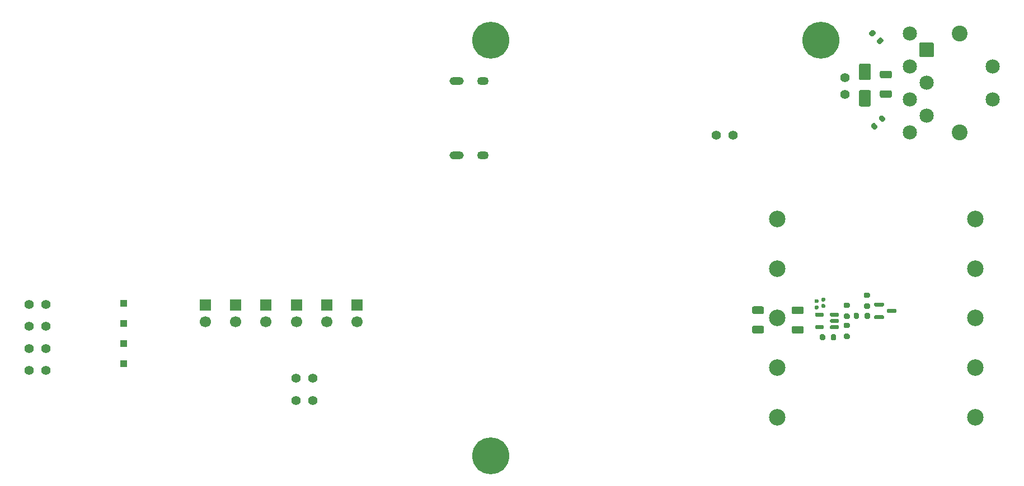
<source format=gbr>
G04 #@! TF.GenerationSoftware,KiCad,Pcbnew,9.0.1+1*
G04 #@! TF.CreationDate,2025-10-08T10:55:13+00:00*
G04 #@! TF.ProjectId,c64psu,63363470-7375-42e6-9b69-6361645f7063,rev?*
G04 #@! TF.SameCoordinates,Original*
G04 #@! TF.FileFunction,Soldermask,Bot*
G04 #@! TF.FilePolarity,Negative*
%FSLAX46Y46*%
G04 Gerber Fmt 4.6, Leading zero omitted, Abs format (unit mm)*
G04 Created by KiCad (PCBNEW 9.0.1+1) date 2025-10-08 10:55:13*
%MOMM*%
%LPD*%
G01*
G04 APERTURE LIST*
%ADD10C,2.500000*%
%ADD11C,3.600000*%
%ADD12C,5.600000*%
%ADD13R,1.700000X1.700000*%
%ADD14C,1.700000*%
%ADD15R,1.000000X1.000000*%
%ADD16C,1.400000*%
%ADD17O,1.754000X1.254000*%
%ADD18O,2.154000X1.254000*%
%ADD19C,2.400000*%
%ADD20C,2.154000*%
G04 APERTURE END LIST*
D10*
X183370000Y-69110000D03*
X183370000Y-76610000D03*
X183370000Y-84110000D03*
X183370000Y-91610000D03*
X183370000Y-99110000D03*
X213370000Y-69110000D03*
X213370000Y-76610000D03*
X213370000Y-84110000D03*
X213370000Y-91610000D03*
X213370000Y-99110000D03*
D11*
X190000000Y-42000000D03*
D12*
X190000000Y-42000000D03*
D13*
X101441600Y-82150800D03*
D14*
X101441600Y-84690800D03*
D15*
X84476600Y-84912800D03*
D13*
X110621600Y-82150800D03*
D14*
X110621600Y-84690800D03*
D16*
X70176600Y-85362800D03*
X72716600Y-85362800D03*
D15*
X84476600Y-81862800D03*
D13*
X96851600Y-82150800D03*
D14*
X96851600Y-84690800D03*
D16*
X70176600Y-88712800D03*
X72716600Y-88712800D03*
D17*
X138850000Y-48155000D03*
X138850000Y-59395000D03*
D18*
X134850000Y-48155000D03*
X134850000Y-59395000D03*
D11*
X140000000Y-105000000D03*
D12*
X140000000Y-105000000D03*
D16*
X110591600Y-96570800D03*
X113131600Y-96570800D03*
D13*
X106031600Y-82150800D03*
D14*
X106031600Y-84690800D03*
D16*
X70176600Y-82012800D03*
X72716600Y-82012800D03*
D15*
X84476600Y-87962800D03*
D16*
X174170300Y-56365150D03*
X176710300Y-56365150D03*
X110591600Y-93220800D03*
X113131600Y-93220800D03*
D19*
X210980000Y-55940000D03*
X210980000Y-40940000D03*
D20*
X215980000Y-50940000D03*
X215980000Y-45940000D03*
G36*
G01*
X206955000Y-44517000D02*
X205005000Y-44517000D01*
G75*
G02*
X204903000Y-44415000I0J102000D01*
G01*
X204903000Y-42465000D01*
G75*
G02*
X205005000Y-42363000I102000J0D01*
G01*
X206955000Y-42363000D01*
G75*
G02*
X207057000Y-42465000I0J-102000D01*
G01*
X207057000Y-44415000D01*
G75*
G02*
X206955000Y-44517000I-102000J0D01*
G01*
G37*
X205980000Y-48440000D03*
X205980000Y-53440000D03*
X203480000Y-45940000D03*
X203480000Y-50940000D03*
X203480000Y-40940000D03*
X203480000Y-55940000D03*
D13*
X115211600Y-82150800D03*
D14*
X115211600Y-84690800D03*
D16*
X70176600Y-92062800D03*
X72716600Y-92062800D03*
D15*
X84476600Y-91012800D03*
D13*
X119801600Y-82150800D03*
D14*
X119801600Y-84690800D03*
D16*
X193598800Y-50170399D03*
X193598800Y-47630399D03*
D11*
X140000000Y-42000000D03*
D12*
X140000000Y-42000000D03*
G36*
G01*
X197296800Y-52036802D02*
X195996800Y-52036802D01*
G75*
G02*
X195746800Y-51786802I0J250000D01*
G01*
X195746800Y-49786802D01*
G75*
G02*
X195996800Y-49536802I250000J0D01*
G01*
X197296800Y-49536802D01*
G75*
G02*
X197546800Y-49786802I0J-250000D01*
G01*
X197546800Y-51786802D01*
G75*
G02*
X197296800Y-52036802I-250000J0D01*
G01*
G37*
G36*
G01*
X197296800Y-48036800D02*
X195996800Y-48036800D01*
G75*
G02*
X195746800Y-47786800I0J250000D01*
G01*
X195746800Y-45786800D01*
G75*
G02*
X195996800Y-45536800I250000J0D01*
G01*
X197296800Y-45536800D01*
G75*
G02*
X197546800Y-45786800I0J-250000D01*
G01*
X197546800Y-47786800D01*
G75*
G02*
X197296800Y-48036800I-250000J0D01*
G01*
G37*
G36*
G01*
X193628600Y-84830200D02*
X194178600Y-84830200D01*
G75*
G02*
X194378600Y-85030200I0J-200000D01*
G01*
X194378600Y-85430200D01*
G75*
G02*
X194178600Y-85630200I-200000J0D01*
G01*
X193628600Y-85630200D01*
G75*
G02*
X193428600Y-85430200I0J200000D01*
G01*
X193428600Y-85030200D01*
G75*
G02*
X193628600Y-84830200I200000J0D01*
G01*
G37*
G36*
G01*
X193628600Y-86480200D02*
X194178600Y-86480200D01*
G75*
G02*
X194378600Y-86680200I0J-200000D01*
G01*
X194378600Y-87080200D01*
G75*
G02*
X194178600Y-87280200I-200000J0D01*
G01*
X193628600Y-87280200D01*
G75*
G02*
X193428600Y-87080200I0J200000D01*
G01*
X193428600Y-86680200D01*
G75*
G02*
X193628600Y-86480200I200000J0D01*
G01*
G37*
G36*
G01*
X192706400Y-83431201D02*
X192706400Y-83731201D01*
G75*
G02*
X192556400Y-83881201I-150000J0D01*
G01*
X191531400Y-83881201D01*
G75*
G02*
X191381400Y-83731201I0J150000D01*
G01*
X191381400Y-83431201D01*
G75*
G02*
X191531400Y-83281201I150000J0D01*
G01*
X192556400Y-83281201D01*
G75*
G02*
X192706400Y-83431201I0J-150000D01*
G01*
G37*
G36*
G01*
X192706400Y-84381200D02*
X192706400Y-84681200D01*
G75*
G02*
X192556400Y-84831200I-150000J0D01*
G01*
X191531400Y-84831200D01*
G75*
G02*
X191381400Y-84681200I0J150000D01*
G01*
X191381400Y-84381200D01*
G75*
G02*
X191531400Y-84231200I150000J0D01*
G01*
X192556400Y-84231200D01*
G75*
G02*
X192706400Y-84381200I0J-150000D01*
G01*
G37*
G36*
G01*
X192706400Y-85331199D02*
X192706400Y-85631199D01*
G75*
G02*
X192556400Y-85781199I-150000J0D01*
G01*
X191531400Y-85781199D01*
G75*
G02*
X191381400Y-85631199I0J150000D01*
G01*
X191381400Y-85331199D01*
G75*
G02*
X191531400Y-85181199I150000J0D01*
G01*
X192556400Y-85181199D01*
G75*
G02*
X192706400Y-85331199I0J-150000D01*
G01*
G37*
G36*
G01*
X190431400Y-85331199D02*
X190431400Y-85631199D01*
G75*
G02*
X190281400Y-85781199I-150000J0D01*
G01*
X189256400Y-85781199D01*
G75*
G02*
X189106400Y-85631199I0J150000D01*
G01*
X189106400Y-85331199D01*
G75*
G02*
X189256400Y-85181199I150000J0D01*
G01*
X190281400Y-85181199D01*
G75*
G02*
X190431400Y-85331199I0J-150000D01*
G01*
G37*
G36*
G01*
X190431400Y-83431201D02*
X190431400Y-83731201D01*
G75*
G02*
X190281400Y-83881201I-150000J0D01*
G01*
X189256400Y-83881201D01*
G75*
G02*
X189106400Y-83731201I0J150000D01*
G01*
X189106400Y-83431201D01*
G75*
G02*
X189256400Y-83281201I150000J0D01*
G01*
X190281400Y-83281201D01*
G75*
G02*
X190431400Y-83431201I0J-150000D01*
G01*
G37*
G36*
G01*
X179830000Y-82329999D02*
X181130000Y-82329999D01*
G75*
G02*
X181380000Y-82579999I0J-250000D01*
G01*
X181380000Y-83229999D01*
G75*
G02*
X181130000Y-83479999I-250000J0D01*
G01*
X179830000Y-83479999D01*
G75*
G02*
X179580000Y-83229999I0J250000D01*
G01*
X179580000Y-82579999D01*
G75*
G02*
X179830000Y-82329999I250000J0D01*
G01*
G37*
G36*
G01*
X179830000Y-85280001D02*
X181130000Y-85280001D01*
G75*
G02*
X181380000Y-85530001I0J-250000D01*
G01*
X181380000Y-86180001D01*
G75*
G02*
X181130000Y-86430001I-250000J0D01*
G01*
X179830000Y-86430001D01*
G75*
G02*
X179580000Y-86180001I0J250000D01*
G01*
X179580000Y-85530001D01*
G75*
G02*
X179830000Y-85280001I250000J0D01*
G01*
G37*
G36*
G01*
X192283800Y-86745400D02*
X192283800Y-87295400D01*
G75*
G02*
X192083800Y-87495400I-200000J0D01*
G01*
X191683800Y-87495400D01*
G75*
G02*
X191483800Y-87295400I0J200000D01*
G01*
X191483800Y-86745400D01*
G75*
G02*
X191683800Y-86545400I200000J0D01*
G01*
X192083800Y-86545400D01*
G75*
G02*
X192283800Y-86745400I0J-200000D01*
G01*
G37*
G36*
G01*
X190633800Y-86745400D02*
X190633800Y-87295400D01*
G75*
G02*
X190433800Y-87495400I-200000J0D01*
G01*
X190033800Y-87495400D01*
G75*
G02*
X189833800Y-87295400I0J200000D01*
G01*
X189833800Y-86745400D01*
G75*
G02*
X190033800Y-86545400I200000J0D01*
G01*
X190433800Y-86545400D01*
G75*
G02*
X190633800Y-86745400I0J-200000D01*
G01*
G37*
G36*
G01*
X197226600Y-82696000D02*
X196676600Y-82696000D01*
G75*
G02*
X196476600Y-82496000I0J200000D01*
G01*
X196476600Y-82096000D01*
G75*
G02*
X196676600Y-81896000I200000J0D01*
G01*
X197226600Y-81896000D01*
G75*
G02*
X197426600Y-82096000I0J-200000D01*
G01*
X197426600Y-82496000D01*
G75*
G02*
X197226600Y-82696000I-200000J0D01*
G01*
G37*
G36*
G01*
X197226600Y-81046000D02*
X196676600Y-81046000D01*
G75*
G02*
X196476600Y-80846000I0J200000D01*
G01*
X196476600Y-80446000D01*
G75*
G02*
X196676600Y-80246000I200000J0D01*
G01*
X197226600Y-80246000D01*
G75*
G02*
X197426600Y-80446000I0J-200000D01*
G01*
X197426600Y-80846000D01*
G75*
G02*
X197226600Y-81046000I-200000J0D01*
G01*
G37*
G36*
G01*
X199350551Y-53396940D02*
X199739460Y-53785849D01*
G75*
G02*
X199739460Y-54068691I-141421J-141421D01*
G01*
X199456617Y-54351534D01*
G75*
G02*
X199173775Y-54351534I-141421J141421D01*
G01*
X198784866Y-53962625D01*
G75*
G02*
X198784866Y-53679783I141421J141421D01*
G01*
X199067709Y-53396940D01*
G75*
G02*
X199350551Y-53396940I141421J-141421D01*
G01*
G37*
G36*
G01*
X198183825Y-54563666D02*
X198572734Y-54952575D01*
G75*
G02*
X198572734Y-55235417I-141421J-141421D01*
G01*
X198289891Y-55518260D01*
G75*
G02*
X198007049Y-55518260I-141421J141421D01*
G01*
X197618140Y-55129351D01*
G75*
G02*
X197618140Y-54846509I141421J141421D01*
G01*
X197900983Y-54563666D01*
G75*
G02*
X198183825Y-54563666I141421J-141421D01*
G01*
G37*
G36*
G01*
X199170000Y-46619999D02*
X200470000Y-46619999D01*
G75*
G02*
X200720000Y-46869999I0J-250000D01*
G01*
X200720000Y-47519999D01*
G75*
G02*
X200470000Y-47769999I-250000J0D01*
G01*
X199170000Y-47769999D01*
G75*
G02*
X198920000Y-47519999I0J250000D01*
G01*
X198920000Y-46869999D01*
G75*
G02*
X199170000Y-46619999I250000J0D01*
G01*
G37*
G36*
G01*
X199170000Y-49570001D02*
X200470000Y-49570001D01*
G75*
G02*
X200720000Y-49820001I0J-250000D01*
G01*
X200720000Y-50470001D01*
G75*
G02*
X200470000Y-50720001I-250000J0D01*
G01*
X199170000Y-50720001D01*
G75*
G02*
X198920000Y-50470001I0J250000D01*
G01*
X198920000Y-49820001D01*
G75*
G02*
X199170000Y-49570001I250000J0D01*
G01*
G37*
G36*
G01*
X194964600Y-84044200D02*
X194964600Y-83494200D01*
G75*
G02*
X195164600Y-83294200I200000J0D01*
G01*
X195564600Y-83294200D01*
G75*
G02*
X195764600Y-83494200I0J-200000D01*
G01*
X195764600Y-84044200D01*
G75*
G02*
X195564600Y-84244200I-200000J0D01*
G01*
X195164600Y-84244200D01*
G75*
G02*
X194964600Y-84044200I0J200000D01*
G01*
G37*
G36*
G01*
X196614600Y-84044200D02*
X196614600Y-83494200D01*
G75*
G02*
X196814600Y-83294200I200000J0D01*
G01*
X197214600Y-83294200D01*
G75*
G02*
X197414600Y-83494200I0J-200000D01*
G01*
X197414600Y-84044200D01*
G75*
G02*
X197214600Y-84244200I-200000J0D01*
G01*
X196814600Y-84244200D01*
G75*
G02*
X196614600Y-84044200I0J200000D01*
G01*
G37*
G36*
G01*
X189161600Y-81259200D02*
X189501600Y-81259200D01*
G75*
G02*
X189641600Y-81399200I0J-140000D01*
G01*
X189641600Y-81679200D01*
G75*
G02*
X189501600Y-81819200I-140000J0D01*
G01*
X189161600Y-81819200D01*
G75*
G02*
X189021600Y-81679200I0J140000D01*
G01*
X189021600Y-81399200D01*
G75*
G02*
X189161600Y-81259200I140000J0D01*
G01*
G37*
G36*
G01*
X189161600Y-82219200D02*
X189501600Y-82219200D01*
G75*
G02*
X189641600Y-82359200I0J-140000D01*
G01*
X189641600Y-82639200D01*
G75*
G02*
X189501600Y-82779200I-140000J0D01*
G01*
X189161600Y-82779200D01*
G75*
G02*
X189021600Y-82639200I0J140000D01*
G01*
X189021600Y-82359200D01*
G75*
G02*
X189161600Y-82219200I140000J0D01*
G01*
G37*
G36*
G01*
X198070600Y-84107200D02*
X198070600Y-83807200D01*
G75*
G02*
X198220600Y-83657200I150000J0D01*
G01*
X199395600Y-83657200D01*
G75*
G02*
X199545600Y-83807200I0J-150000D01*
G01*
X199545600Y-84107200D01*
G75*
G02*
X199395600Y-84257200I-150000J0D01*
G01*
X198220600Y-84257200D01*
G75*
G02*
X198070600Y-84107200I0J150000D01*
G01*
G37*
G36*
G01*
X198070600Y-82207200D02*
X198070600Y-81907200D01*
G75*
G02*
X198220600Y-81757200I150000J0D01*
G01*
X199395600Y-81757200D01*
G75*
G02*
X199545600Y-81907200I0J-150000D01*
G01*
X199545600Y-82207200D01*
G75*
G02*
X199395600Y-82357200I-150000J0D01*
G01*
X198220600Y-82357200D01*
G75*
G02*
X198070600Y-82207200I0J150000D01*
G01*
G37*
G36*
G01*
X199945601Y-83157200D02*
X199945601Y-82857200D01*
G75*
G02*
X200095601Y-82707200I150000J0D01*
G01*
X201270601Y-82707200D01*
G75*
G02*
X201420601Y-82857200I0J-150000D01*
G01*
X201420601Y-83157200D01*
G75*
G02*
X201270601Y-83307200I-150000J0D01*
G01*
X200095601Y-83307200D01*
G75*
G02*
X199945601Y-83157200I0J150000D01*
G01*
G37*
G36*
G01*
X185840000Y-82349999D02*
X187140000Y-82349999D01*
G75*
G02*
X187390000Y-82599999I0J-250000D01*
G01*
X187390000Y-83249999D01*
G75*
G02*
X187140000Y-83499999I-250000J0D01*
G01*
X185840000Y-83499999D01*
G75*
G02*
X185590000Y-83249999I0J250000D01*
G01*
X185590000Y-82599999D01*
G75*
G02*
X185840000Y-82349999I250000J0D01*
G01*
G37*
G36*
G01*
X185840000Y-85300001D02*
X187140000Y-85300001D01*
G75*
G02*
X187390000Y-85550001I0J-250000D01*
G01*
X187390000Y-86200001D01*
G75*
G02*
X187140000Y-86450001I-250000J0D01*
G01*
X185840000Y-86450001D01*
G75*
G02*
X185590000Y-86200001I0J250000D01*
G01*
X185590000Y-85550001D01*
G75*
G02*
X185840000Y-85300001I250000J0D01*
G01*
G37*
G36*
G01*
X190517600Y-82548000D02*
X190177600Y-82548000D01*
G75*
G02*
X190037600Y-82408000I0J140000D01*
G01*
X190037600Y-82128000D01*
G75*
G02*
X190177600Y-81988000I140000J0D01*
G01*
X190517600Y-81988000D01*
G75*
G02*
X190657600Y-82128000I0J-140000D01*
G01*
X190657600Y-82408000D01*
G75*
G02*
X190517600Y-82548000I-140000J0D01*
G01*
G37*
G36*
G01*
X190517600Y-81588000D02*
X190177600Y-81588000D01*
G75*
G02*
X190037600Y-81448000I0J140000D01*
G01*
X190037600Y-81168000D01*
G75*
G02*
X190177600Y-81028000I140000J0D01*
G01*
X190517600Y-81028000D01*
G75*
G02*
X190657600Y-81168000I0J-140000D01*
G01*
X190657600Y-81448000D01*
G75*
G02*
X190517600Y-81588000I-140000J0D01*
G01*
G37*
G36*
G01*
X197313340Y-40831849D02*
X197702249Y-40442940D01*
G75*
G02*
X197985091Y-40442940I141421J-141421D01*
G01*
X198267934Y-40725783D01*
G75*
G02*
X198267934Y-41008625I-141421J-141421D01*
G01*
X197879025Y-41397534D01*
G75*
G02*
X197596183Y-41397534I-141421J141421D01*
G01*
X197313340Y-41114691D01*
G75*
G02*
X197313340Y-40831849I141421J141421D01*
G01*
G37*
G36*
G01*
X198480066Y-41998575D02*
X198868975Y-41609666D01*
G75*
G02*
X199151817Y-41609666I141421J-141421D01*
G01*
X199434660Y-41892509D01*
G75*
G02*
X199434660Y-42175351I-141421J-141421D01*
G01*
X199045751Y-42564260D01*
G75*
G02*
X198762909Y-42564260I-141421J141421D01*
G01*
X198480066Y-42281417D01*
G75*
G02*
X198480066Y-41998575I141421J141421D01*
G01*
G37*
G36*
G01*
X194178600Y-84232200D02*
X193628600Y-84232200D01*
G75*
G02*
X193428600Y-84032200I0J200000D01*
G01*
X193428600Y-83632200D01*
G75*
G02*
X193628600Y-83432200I200000J0D01*
G01*
X194178600Y-83432200D01*
G75*
G02*
X194378600Y-83632200I0J-200000D01*
G01*
X194378600Y-84032200D01*
G75*
G02*
X194178600Y-84232200I-200000J0D01*
G01*
G37*
G36*
G01*
X194178600Y-82582200D02*
X193628600Y-82582200D01*
G75*
G02*
X193428600Y-82382200I0J200000D01*
G01*
X193428600Y-81982200D01*
G75*
G02*
X193628600Y-81782200I200000J0D01*
G01*
X194178600Y-81782200D01*
G75*
G02*
X194378600Y-81982200I0J-200000D01*
G01*
X194378600Y-82382200D01*
G75*
G02*
X194178600Y-82582200I-200000J0D01*
G01*
G37*
M02*

</source>
